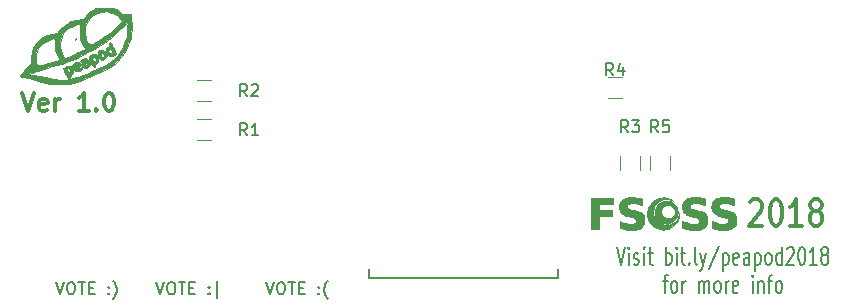
<source format=gto>
G04 #@! TF.GenerationSoftware,KiCad,Pcbnew,5.0.0-rc2-dev-unknown-r12647-81843c37*
G04 #@! TF.CreationDate,2018-05-28T15:16:23-04:00*
G04 #@! TF.ProjectId,Peapod PCB,506561706F64205043422E6B69636164,rev?*
G04 #@! TF.SameCoordinates,Original*
G04 #@! TF.FileFunction,Legend,Top*
G04 #@! TF.FilePolarity,Positive*
%FSLAX46Y46*%
G04 Gerber Fmt 4.6, Leading zero omitted, Abs format (unit mm)*
G04 Created by KiCad (PCBNEW 5.0.0-rc2-dev-unknown-r12647-81843c37) date Mon May 28 15:16:23 2018*
%MOMM*%
%LPD*%
G01*
G04 APERTURE LIST*
%ADD10C,0.300000*%
%ADD11C,0.127000*%
%ADD12C,0.010000*%
%ADD13C,0.152400*%
%ADD14C,0.120000*%
%ADD15C,0.177800*%
%ADD16C,0.150000*%
G04 APERTURE END LIST*
D10*
X216154000Y-44200838D02*
X216238666Y-44094400D01*
X216408000Y-43987961D01*
X216831333Y-43987961D01*
X217000666Y-44094400D01*
X217085333Y-44200838D01*
X217170000Y-44413714D01*
X217170000Y-44626590D01*
X217085333Y-44945904D01*
X216069333Y-46223161D01*
X217170000Y-46223161D01*
X218270666Y-43987961D02*
X218440000Y-43987961D01*
X218609333Y-44094400D01*
X218694000Y-44200838D01*
X218778666Y-44413714D01*
X218863333Y-44839466D01*
X218863333Y-45371657D01*
X218778666Y-45797409D01*
X218694000Y-46010285D01*
X218609333Y-46116723D01*
X218440000Y-46223161D01*
X218270666Y-46223161D01*
X218101333Y-46116723D01*
X218016666Y-46010285D01*
X217932000Y-45797409D01*
X217847333Y-45371657D01*
X217847333Y-44839466D01*
X217932000Y-44413714D01*
X218016666Y-44200838D01*
X218101333Y-44094400D01*
X218270666Y-43987961D01*
X220556666Y-46223161D02*
X219540666Y-46223161D01*
X220048666Y-46223161D02*
X220048666Y-43987961D01*
X219879333Y-44307276D01*
X219710000Y-44520152D01*
X219540666Y-44626590D01*
X221572666Y-44945904D02*
X221403333Y-44839466D01*
X221318666Y-44733028D01*
X221234000Y-44520152D01*
X221234000Y-44413714D01*
X221318666Y-44200838D01*
X221403333Y-44094400D01*
X221572666Y-43987961D01*
X221911333Y-43987961D01*
X222080666Y-44094400D01*
X222165333Y-44200838D01*
X222250000Y-44413714D01*
X222250000Y-44520152D01*
X222165333Y-44733028D01*
X222080666Y-44839466D01*
X221911333Y-44945904D01*
X221572666Y-44945904D01*
X221403333Y-45052342D01*
X221318666Y-45158780D01*
X221234000Y-45371657D01*
X221234000Y-45797409D01*
X221318666Y-46010285D01*
X221403333Y-46116723D01*
X221572666Y-46223161D01*
X221911333Y-46223161D01*
X222080666Y-46116723D01*
X222165333Y-46010285D01*
X222250000Y-45797409D01*
X222250000Y-45371657D01*
X222165333Y-45158780D01*
X222080666Y-45052342D01*
X221911333Y-44945904D01*
X154531714Y-34992571D02*
X155031714Y-36492571D01*
X155531714Y-34992571D01*
X156603142Y-36421142D02*
X156460285Y-36492571D01*
X156174571Y-36492571D01*
X156031714Y-36421142D01*
X155960285Y-36278285D01*
X155960285Y-35706857D01*
X156031714Y-35564000D01*
X156174571Y-35492571D01*
X156460285Y-35492571D01*
X156603142Y-35564000D01*
X156674571Y-35706857D01*
X156674571Y-35849714D01*
X155960285Y-35992571D01*
X157317428Y-36492571D02*
X157317428Y-35492571D01*
X157317428Y-35778285D02*
X157388857Y-35635428D01*
X157460285Y-35564000D01*
X157603142Y-35492571D01*
X157746000Y-35492571D01*
X160174571Y-36492571D02*
X159317428Y-36492571D01*
X159746000Y-36492571D02*
X159746000Y-34992571D01*
X159603142Y-35206857D01*
X159460285Y-35349714D01*
X159317428Y-35421142D01*
X160817428Y-36349714D02*
X160888857Y-36421142D01*
X160817428Y-36492571D01*
X160746000Y-36421142D01*
X160817428Y-36349714D01*
X160817428Y-36492571D01*
X161817428Y-34992571D02*
X161960285Y-34992571D01*
X162103142Y-35064000D01*
X162174571Y-35135428D01*
X162246000Y-35278285D01*
X162317428Y-35564000D01*
X162317428Y-35921142D01*
X162246000Y-36206857D01*
X162174571Y-36349714D01*
X162103142Y-36421142D01*
X161960285Y-36492571D01*
X161817428Y-36492571D01*
X161674571Y-36421142D01*
X161603142Y-36349714D01*
X161531714Y-36206857D01*
X161460285Y-35921142D01*
X161460285Y-35564000D01*
X161531714Y-35278285D01*
X161603142Y-35135428D01*
X161674571Y-35064000D01*
X161817428Y-34992571D01*
D11*
X204869142Y-48028071D02*
X205207809Y-49528071D01*
X205546476Y-48028071D01*
X205885142Y-49528071D02*
X205885142Y-48528071D01*
X205885142Y-48028071D02*
X205836761Y-48099500D01*
X205885142Y-48170928D01*
X205933523Y-48099500D01*
X205885142Y-48028071D01*
X205885142Y-48170928D01*
X206320571Y-49456642D02*
X206417333Y-49528071D01*
X206610857Y-49528071D01*
X206707619Y-49456642D01*
X206756000Y-49313785D01*
X206756000Y-49242357D01*
X206707619Y-49099500D01*
X206610857Y-49028071D01*
X206465714Y-49028071D01*
X206368952Y-48956642D01*
X206320571Y-48813785D01*
X206320571Y-48742357D01*
X206368952Y-48599500D01*
X206465714Y-48528071D01*
X206610857Y-48528071D01*
X206707619Y-48599500D01*
X207191428Y-49528071D02*
X207191428Y-48528071D01*
X207191428Y-48028071D02*
X207143047Y-48099500D01*
X207191428Y-48170928D01*
X207239809Y-48099500D01*
X207191428Y-48028071D01*
X207191428Y-48170928D01*
X207530095Y-48528071D02*
X207917142Y-48528071D01*
X207675238Y-48028071D02*
X207675238Y-49313785D01*
X207723619Y-49456642D01*
X207820380Y-49528071D01*
X207917142Y-49528071D01*
X209029904Y-49528071D02*
X209029904Y-48028071D01*
X209029904Y-48599500D02*
X209126666Y-48528071D01*
X209320190Y-48528071D01*
X209416952Y-48599500D01*
X209465333Y-48670928D01*
X209513714Y-48813785D01*
X209513714Y-49242357D01*
X209465333Y-49385214D01*
X209416952Y-49456642D01*
X209320190Y-49528071D01*
X209126666Y-49528071D01*
X209029904Y-49456642D01*
X209949142Y-49528071D02*
X209949142Y-48528071D01*
X209949142Y-48028071D02*
X209900761Y-48099500D01*
X209949142Y-48170928D01*
X209997523Y-48099500D01*
X209949142Y-48028071D01*
X209949142Y-48170928D01*
X210287809Y-48528071D02*
X210674857Y-48528071D01*
X210432952Y-48028071D02*
X210432952Y-49313785D01*
X210481333Y-49456642D01*
X210578095Y-49528071D01*
X210674857Y-49528071D01*
X211013523Y-49385214D02*
X211061904Y-49456642D01*
X211013523Y-49528071D01*
X210965142Y-49456642D01*
X211013523Y-49385214D01*
X211013523Y-49528071D01*
X211642476Y-49528071D02*
X211545714Y-49456642D01*
X211497333Y-49313785D01*
X211497333Y-48028071D01*
X211932761Y-48528071D02*
X212174666Y-49528071D01*
X212416571Y-48528071D02*
X212174666Y-49528071D01*
X212077904Y-49885214D01*
X212029523Y-49956642D01*
X211932761Y-50028071D01*
X213529333Y-47956642D02*
X212658476Y-49885214D01*
X213868000Y-48528071D02*
X213868000Y-50028071D01*
X213868000Y-48599500D02*
X213964761Y-48528071D01*
X214158285Y-48528071D01*
X214255047Y-48599500D01*
X214303428Y-48670928D01*
X214351809Y-48813785D01*
X214351809Y-49242357D01*
X214303428Y-49385214D01*
X214255047Y-49456642D01*
X214158285Y-49528071D01*
X213964761Y-49528071D01*
X213868000Y-49456642D01*
X215174285Y-49456642D02*
X215077523Y-49528071D01*
X214884000Y-49528071D01*
X214787238Y-49456642D01*
X214738857Y-49313785D01*
X214738857Y-48742357D01*
X214787238Y-48599500D01*
X214884000Y-48528071D01*
X215077523Y-48528071D01*
X215174285Y-48599500D01*
X215222666Y-48742357D01*
X215222666Y-48885214D01*
X214738857Y-49028071D01*
X216093523Y-49528071D02*
X216093523Y-48742357D01*
X216045142Y-48599500D01*
X215948380Y-48528071D01*
X215754857Y-48528071D01*
X215658095Y-48599500D01*
X216093523Y-49456642D02*
X215996761Y-49528071D01*
X215754857Y-49528071D01*
X215658095Y-49456642D01*
X215609714Y-49313785D01*
X215609714Y-49170928D01*
X215658095Y-49028071D01*
X215754857Y-48956642D01*
X215996761Y-48956642D01*
X216093523Y-48885214D01*
X216577333Y-48528071D02*
X216577333Y-50028071D01*
X216577333Y-48599500D02*
X216674095Y-48528071D01*
X216867619Y-48528071D01*
X216964380Y-48599500D01*
X217012761Y-48670928D01*
X217061142Y-48813785D01*
X217061142Y-49242357D01*
X217012761Y-49385214D01*
X216964380Y-49456642D01*
X216867619Y-49528071D01*
X216674095Y-49528071D01*
X216577333Y-49456642D01*
X217641714Y-49528071D02*
X217544952Y-49456642D01*
X217496571Y-49385214D01*
X217448190Y-49242357D01*
X217448190Y-48813785D01*
X217496571Y-48670928D01*
X217544952Y-48599500D01*
X217641714Y-48528071D01*
X217786857Y-48528071D01*
X217883619Y-48599500D01*
X217932000Y-48670928D01*
X217980380Y-48813785D01*
X217980380Y-49242357D01*
X217932000Y-49385214D01*
X217883619Y-49456642D01*
X217786857Y-49528071D01*
X217641714Y-49528071D01*
X218851238Y-49528071D02*
X218851238Y-48028071D01*
X218851238Y-49456642D02*
X218754476Y-49528071D01*
X218560952Y-49528071D01*
X218464190Y-49456642D01*
X218415809Y-49385214D01*
X218367428Y-49242357D01*
X218367428Y-48813785D01*
X218415809Y-48670928D01*
X218464190Y-48599500D01*
X218560952Y-48528071D01*
X218754476Y-48528071D01*
X218851238Y-48599500D01*
X219286666Y-48170928D02*
X219335047Y-48099500D01*
X219431809Y-48028071D01*
X219673714Y-48028071D01*
X219770476Y-48099500D01*
X219818857Y-48170928D01*
X219867238Y-48313785D01*
X219867238Y-48456642D01*
X219818857Y-48670928D01*
X219238285Y-49528071D01*
X219867238Y-49528071D01*
X220496190Y-48028071D02*
X220592952Y-48028071D01*
X220689714Y-48099500D01*
X220738095Y-48170928D01*
X220786476Y-48313785D01*
X220834857Y-48599500D01*
X220834857Y-48956642D01*
X220786476Y-49242357D01*
X220738095Y-49385214D01*
X220689714Y-49456642D01*
X220592952Y-49528071D01*
X220496190Y-49528071D01*
X220399428Y-49456642D01*
X220351047Y-49385214D01*
X220302666Y-49242357D01*
X220254285Y-48956642D01*
X220254285Y-48599500D01*
X220302666Y-48313785D01*
X220351047Y-48170928D01*
X220399428Y-48099500D01*
X220496190Y-48028071D01*
X221802476Y-49528071D02*
X221221904Y-49528071D01*
X221512190Y-49528071D02*
X221512190Y-48028071D01*
X221415428Y-48242357D01*
X221318666Y-48385214D01*
X221221904Y-48456642D01*
X222383047Y-48670928D02*
X222286285Y-48599500D01*
X222237904Y-48528071D01*
X222189523Y-48385214D01*
X222189523Y-48313785D01*
X222237904Y-48170928D01*
X222286285Y-48099500D01*
X222383047Y-48028071D01*
X222576571Y-48028071D01*
X222673333Y-48099500D01*
X222721714Y-48170928D01*
X222770095Y-48313785D01*
X222770095Y-48385214D01*
X222721714Y-48528071D01*
X222673333Y-48599500D01*
X222576571Y-48670928D01*
X222383047Y-48670928D01*
X222286285Y-48742357D01*
X222237904Y-48813785D01*
X222189523Y-48956642D01*
X222189523Y-49242357D01*
X222237904Y-49385214D01*
X222286285Y-49456642D01*
X222383047Y-49528071D01*
X222576571Y-49528071D01*
X222673333Y-49456642D01*
X222721714Y-49385214D01*
X222770095Y-49242357D01*
X222770095Y-48956642D01*
X222721714Y-48813785D01*
X222673333Y-48742357D01*
X222576571Y-48670928D01*
X208788000Y-50905071D02*
X209175047Y-50905071D01*
X208933142Y-51905071D02*
X208933142Y-50619357D01*
X208981523Y-50476500D01*
X209078285Y-50405071D01*
X209175047Y-50405071D01*
X209658857Y-51905071D02*
X209562095Y-51833642D01*
X209513714Y-51762214D01*
X209465333Y-51619357D01*
X209465333Y-51190785D01*
X209513714Y-51047928D01*
X209562095Y-50976500D01*
X209658857Y-50905071D01*
X209804000Y-50905071D01*
X209900761Y-50976500D01*
X209949142Y-51047928D01*
X209997523Y-51190785D01*
X209997523Y-51619357D01*
X209949142Y-51762214D01*
X209900761Y-51833642D01*
X209804000Y-51905071D01*
X209658857Y-51905071D01*
X210432952Y-51905071D02*
X210432952Y-50905071D01*
X210432952Y-51190785D02*
X210481333Y-51047928D01*
X210529714Y-50976500D01*
X210626476Y-50905071D01*
X210723238Y-50905071D01*
X211836000Y-51905071D02*
X211836000Y-50905071D01*
X211836000Y-51047928D02*
X211884380Y-50976500D01*
X211981142Y-50905071D01*
X212126285Y-50905071D01*
X212223047Y-50976500D01*
X212271428Y-51119357D01*
X212271428Y-51905071D01*
X212271428Y-51119357D02*
X212319809Y-50976500D01*
X212416571Y-50905071D01*
X212561714Y-50905071D01*
X212658476Y-50976500D01*
X212706857Y-51119357D01*
X212706857Y-51905071D01*
X213335809Y-51905071D02*
X213239047Y-51833642D01*
X213190666Y-51762214D01*
X213142285Y-51619357D01*
X213142285Y-51190785D01*
X213190666Y-51047928D01*
X213239047Y-50976500D01*
X213335809Y-50905071D01*
X213480952Y-50905071D01*
X213577714Y-50976500D01*
X213626095Y-51047928D01*
X213674476Y-51190785D01*
X213674476Y-51619357D01*
X213626095Y-51762214D01*
X213577714Y-51833642D01*
X213480952Y-51905071D01*
X213335809Y-51905071D01*
X214109904Y-51905071D02*
X214109904Y-50905071D01*
X214109904Y-51190785D02*
X214158285Y-51047928D01*
X214206666Y-50976500D01*
X214303428Y-50905071D01*
X214400190Y-50905071D01*
X215125904Y-51833642D02*
X215029142Y-51905071D01*
X214835619Y-51905071D01*
X214738857Y-51833642D01*
X214690476Y-51690785D01*
X214690476Y-51119357D01*
X214738857Y-50976500D01*
X214835619Y-50905071D01*
X215029142Y-50905071D01*
X215125904Y-50976500D01*
X215174285Y-51119357D01*
X215174285Y-51262214D01*
X214690476Y-51405071D01*
X216383809Y-51905071D02*
X216383809Y-50905071D01*
X216383809Y-50405071D02*
X216335428Y-50476500D01*
X216383809Y-50547928D01*
X216432190Y-50476500D01*
X216383809Y-50405071D01*
X216383809Y-50547928D01*
X216867619Y-50905071D02*
X216867619Y-51905071D01*
X216867619Y-51047928D02*
X216916000Y-50976500D01*
X217012761Y-50905071D01*
X217157904Y-50905071D01*
X217254666Y-50976500D01*
X217303047Y-51119357D01*
X217303047Y-51905071D01*
X217641714Y-50905071D02*
X218028761Y-50905071D01*
X217786857Y-51905071D02*
X217786857Y-50619357D01*
X217835238Y-50476500D01*
X217932000Y-50405071D01*
X218028761Y-50405071D01*
X218512571Y-51905071D02*
X218415809Y-51833642D01*
X218367428Y-51762214D01*
X218319047Y-51619357D01*
X218319047Y-51190785D01*
X218367428Y-51047928D01*
X218415809Y-50976500D01*
X218512571Y-50905071D01*
X218657714Y-50905071D01*
X218754476Y-50976500D01*
X218802857Y-51047928D01*
X218851238Y-51190785D01*
X218851238Y-51619357D01*
X218802857Y-51762214D01*
X218754476Y-51833642D01*
X218657714Y-51905071D01*
X218512571Y-51905071D01*
D12*
G36*
X209634667Y-44100750D02*
X209624083Y-44111334D01*
X209613500Y-44100750D01*
X209624083Y-44090167D01*
X209634667Y-44100750D01*
X209634667Y-44100750D01*
G37*
X209634667Y-44100750D02*
X209624083Y-44111334D01*
X209613500Y-44100750D01*
X209624083Y-44090167D01*
X209634667Y-44100750D01*
G36*
X209206042Y-44113510D02*
X209394877Y-44160345D01*
X209564863Y-44242579D01*
X209712656Y-44356222D01*
X209834916Y-44497282D01*
X209928303Y-44661770D01*
X209989474Y-44845695D01*
X210015088Y-45045065D01*
X210015667Y-45080534D01*
X209995801Y-45267693D01*
X209939263Y-45442505D01*
X209850644Y-45601437D01*
X209734532Y-45740957D01*
X209595517Y-45857532D01*
X209438189Y-45947630D01*
X209267137Y-46007717D01*
X209086952Y-46034262D01*
X208902222Y-46023731D01*
X208814766Y-46004870D01*
X208624304Y-45933197D01*
X208457588Y-45829293D01*
X208317786Y-45697205D01*
X208208066Y-45540981D01*
X208131595Y-45364670D01*
X208091541Y-45172320D01*
X208086170Y-45073726D01*
X208090502Y-45027537D01*
X208627431Y-45027537D01*
X208638827Y-45133071D01*
X208688790Y-45280326D01*
X208769110Y-45403856D01*
X208873952Y-45500885D01*
X208997483Y-45568639D01*
X209133871Y-45604340D01*
X209277281Y-45605214D01*
X209421881Y-45568485D01*
X209488634Y-45537422D01*
X209611810Y-45449032D01*
X209703883Y-45337644D01*
X209763988Y-45209888D01*
X209791264Y-45072389D01*
X209784847Y-44931777D01*
X209743874Y-44794677D01*
X209667481Y-44667719D01*
X209610098Y-44604656D01*
X209491997Y-44518562D01*
X209359668Y-44467200D01*
X209220320Y-44449424D01*
X209081160Y-44464091D01*
X208949397Y-44510055D01*
X208832239Y-44586171D01*
X208736894Y-44691296D01*
X208702499Y-44748780D01*
X208645693Y-44891357D01*
X208627431Y-45027537D01*
X208090502Y-45027537D01*
X208104755Y-44875595D01*
X208160067Y-44692751D01*
X208248223Y-44528525D01*
X208365342Y-44386245D01*
X208507540Y-44269239D01*
X208670937Y-44180837D01*
X208851649Y-44124366D01*
X209045796Y-44103157D01*
X209206042Y-44113510D01*
X209206042Y-44113510D01*
G37*
X209206042Y-44113510D02*
X209394877Y-44160345D01*
X209564863Y-44242579D01*
X209712656Y-44356222D01*
X209834916Y-44497282D01*
X209928303Y-44661770D01*
X209989474Y-44845695D01*
X210015088Y-45045065D01*
X210015667Y-45080534D01*
X209995801Y-45267693D01*
X209939263Y-45442505D01*
X209850644Y-45601437D01*
X209734532Y-45740957D01*
X209595517Y-45857532D01*
X209438189Y-45947630D01*
X209267137Y-46007717D01*
X209086952Y-46034262D01*
X208902222Y-46023731D01*
X208814766Y-46004870D01*
X208624304Y-45933197D01*
X208457588Y-45829293D01*
X208317786Y-45697205D01*
X208208066Y-45540981D01*
X208131595Y-45364670D01*
X208091541Y-45172320D01*
X208086170Y-45073726D01*
X208090502Y-45027537D01*
X208627431Y-45027537D01*
X208638827Y-45133071D01*
X208688790Y-45280326D01*
X208769110Y-45403856D01*
X208873952Y-45500885D01*
X208997483Y-45568639D01*
X209133871Y-45604340D01*
X209277281Y-45605214D01*
X209421881Y-45568485D01*
X209488634Y-45537422D01*
X209611810Y-45449032D01*
X209703883Y-45337644D01*
X209763988Y-45209888D01*
X209791264Y-45072389D01*
X209784847Y-44931777D01*
X209743874Y-44794677D01*
X209667481Y-44667719D01*
X209610098Y-44604656D01*
X209491997Y-44518562D01*
X209359668Y-44467200D01*
X209220320Y-44449424D01*
X209081160Y-44464091D01*
X208949397Y-44510055D01*
X208832239Y-44586171D01*
X208736894Y-44691296D01*
X208702499Y-44748780D01*
X208645693Y-44891357D01*
X208627431Y-45027537D01*
X208090502Y-45027537D01*
X208104755Y-44875595D01*
X208160067Y-44692751D01*
X208248223Y-44528525D01*
X208365342Y-44386245D01*
X208507540Y-44269239D01*
X208670937Y-44180837D01*
X208851649Y-44124366D01*
X209045796Y-44103157D01*
X209206042Y-44113510D01*
G36*
X204512333Y-44386500D02*
X203348167Y-44386500D01*
X203348167Y-44873334D01*
X204448833Y-44873334D01*
X204448833Y-45402500D01*
X203348167Y-45402500D01*
X203348167Y-46524334D01*
X202649667Y-46524334D01*
X202649667Y-43857334D01*
X204512333Y-43857334D01*
X204512333Y-44386500D01*
X204512333Y-44386500D01*
G37*
X204512333Y-44386500D02*
X203348167Y-44386500D01*
X203348167Y-44873334D01*
X204448833Y-44873334D01*
X204448833Y-45402500D01*
X203348167Y-45402500D01*
X203348167Y-46524334D01*
X202649667Y-46524334D01*
X202649667Y-43857334D01*
X204512333Y-43857334D01*
X204512333Y-44386500D01*
G36*
X209130796Y-43866335D02*
X209350441Y-43940781D01*
X209423000Y-43974989D01*
X209506518Y-44019512D01*
X209553397Y-44049373D01*
X209563255Y-44063747D01*
X209535711Y-44061805D01*
X209470385Y-44042721D01*
X209451212Y-44036246D01*
X209237135Y-43982993D01*
X209026522Y-43969226D01*
X208823379Y-43992725D01*
X208631713Y-44051271D01*
X208455531Y-44142643D01*
X208298839Y-44264622D01*
X208165644Y-44414987D01*
X208059952Y-44591520D01*
X207985769Y-44792001D01*
X207970191Y-44856797D01*
X207947362Y-45060415D01*
X207963546Y-45258458D01*
X208015450Y-45446937D01*
X208099783Y-45621859D01*
X208213254Y-45779234D01*
X208352570Y-45915070D01*
X208514441Y-46025377D01*
X208695574Y-46106163D01*
X208892679Y-46153438D01*
X209048683Y-46164500D01*
X209257823Y-46144249D01*
X209455324Y-46085901D01*
X209636820Y-45993061D01*
X209797944Y-45869335D01*
X209934333Y-45718330D01*
X210041618Y-45543653D01*
X210115435Y-45348908D01*
X210134307Y-45267788D01*
X210163429Y-45116750D01*
X210152279Y-45279540D01*
X210115813Y-45515147D01*
X210041077Y-45735116D01*
X209930256Y-45936277D01*
X209785533Y-46115460D01*
X209609095Y-46269494D01*
X209403126Y-46395211D01*
X209373189Y-46409835D01*
X209232958Y-46464996D01*
X209077783Y-46506988D01*
X208920463Y-46533645D01*
X208773794Y-46542800D01*
X208650574Y-46532284D01*
X208650417Y-46532253D01*
X208606185Y-46523571D01*
X208538585Y-46510332D01*
X208491667Y-46501154D01*
X208309612Y-46446474D01*
X208127656Y-46355997D01*
X207955515Y-46235152D01*
X207857406Y-46146791D01*
X207713054Y-45984969D01*
X207604369Y-45818436D01*
X207525081Y-45636704D01*
X207495970Y-45542264D01*
X207467111Y-45389837D01*
X207455525Y-45217613D01*
X207460832Y-45040745D01*
X207482650Y-44874387D01*
X207516030Y-44746334D01*
X207612055Y-44531492D01*
X207738885Y-44341888D01*
X207892255Y-44179249D01*
X208067896Y-44045300D01*
X208261540Y-43941768D01*
X208468920Y-43870379D01*
X208685768Y-43832860D01*
X208907816Y-43830936D01*
X209130796Y-43866335D01*
X209130796Y-43866335D01*
G37*
X209130796Y-43866335D02*
X209350441Y-43940781D01*
X209423000Y-43974989D01*
X209506518Y-44019512D01*
X209553397Y-44049373D01*
X209563255Y-44063747D01*
X209535711Y-44061805D01*
X209470385Y-44042721D01*
X209451212Y-44036246D01*
X209237135Y-43982993D01*
X209026522Y-43969226D01*
X208823379Y-43992725D01*
X208631713Y-44051271D01*
X208455531Y-44142643D01*
X208298839Y-44264622D01*
X208165644Y-44414987D01*
X208059952Y-44591520D01*
X207985769Y-44792001D01*
X207970191Y-44856797D01*
X207947362Y-45060415D01*
X207963546Y-45258458D01*
X208015450Y-45446937D01*
X208099783Y-45621859D01*
X208213254Y-45779234D01*
X208352570Y-45915070D01*
X208514441Y-46025377D01*
X208695574Y-46106163D01*
X208892679Y-46153438D01*
X209048683Y-46164500D01*
X209257823Y-46144249D01*
X209455324Y-46085901D01*
X209636820Y-45993061D01*
X209797944Y-45869335D01*
X209934333Y-45718330D01*
X210041618Y-45543653D01*
X210115435Y-45348908D01*
X210134307Y-45267788D01*
X210163429Y-45116750D01*
X210152279Y-45279540D01*
X210115813Y-45515147D01*
X210041077Y-45735116D01*
X209930256Y-45936277D01*
X209785533Y-46115460D01*
X209609095Y-46269494D01*
X209403126Y-46395211D01*
X209373189Y-46409835D01*
X209232958Y-46464996D01*
X209077783Y-46506988D01*
X208920463Y-46533645D01*
X208773794Y-46542800D01*
X208650574Y-46532284D01*
X208650417Y-46532253D01*
X208606185Y-46523571D01*
X208538585Y-46510332D01*
X208491667Y-46501154D01*
X208309612Y-46446474D01*
X208127656Y-46355997D01*
X207955515Y-46235152D01*
X207857406Y-46146791D01*
X207713054Y-45984969D01*
X207604369Y-45818436D01*
X207525081Y-45636704D01*
X207495970Y-45542264D01*
X207467111Y-45389837D01*
X207455525Y-45217613D01*
X207460832Y-45040745D01*
X207482650Y-44874387D01*
X207516030Y-44746334D01*
X207612055Y-44531492D01*
X207738885Y-44341888D01*
X207892255Y-44179249D01*
X208067896Y-44045300D01*
X208261540Y-43941768D01*
X208468920Y-43870379D01*
X208685768Y-43832860D01*
X208907816Y-43830936D01*
X209130796Y-43866335D01*
G36*
X214047518Y-43809434D02*
X214271963Y-43829480D01*
X214508350Y-43864483D01*
X214656458Y-43893252D01*
X214820500Y-43928043D01*
X214820500Y-44508579D01*
X214693334Y-44457215D01*
X214474032Y-44381082D01*
X214262983Y-44335429D01*
X214043180Y-44316765D01*
X214005583Y-44316045D01*
X213895150Y-44316123D01*
X213815505Y-44320203D01*
X213755178Y-44329783D01*
X213702697Y-44346363D01*
X213671493Y-44359704D01*
X213581966Y-44418407D01*
X213529802Y-44494228D01*
X213516507Y-44584209D01*
X213527413Y-44642438D01*
X213549220Y-44692822D01*
X213584918Y-44735247D01*
X213639457Y-44771948D01*
X213717783Y-44805162D01*
X213824848Y-44837128D01*
X213965599Y-44870080D01*
X214085441Y-44894660D01*
X214258777Y-44933264D01*
X214417033Y-44976992D01*
X214552079Y-45023258D01*
X214655784Y-45069475D01*
X214682024Y-45084449D01*
X214810446Y-45186240D01*
X214905127Y-45312435D01*
X214966512Y-45463930D01*
X214995044Y-45641619D01*
X214997359Y-45720030D01*
X214979733Y-45920781D01*
X214928586Y-46096089D01*
X214844481Y-46245217D01*
X214727980Y-46367430D01*
X214579646Y-46461994D01*
X214400042Y-46528172D01*
X214374166Y-46534714D01*
X214265554Y-46553896D01*
X214128600Y-46567836D01*
X213977034Y-46576010D01*
X213824583Y-46577892D01*
X213684977Y-46572954D01*
X213597145Y-46564484D01*
X213487611Y-46546388D01*
X213361702Y-46520415D01*
X213232214Y-46489706D01*
X213111945Y-46457400D01*
X213013693Y-46426638D01*
X212973708Y-46411527D01*
X212894333Y-46378327D01*
X212894333Y-46091497D01*
X212895109Y-45986834D01*
X212897235Y-45899277D01*
X212900412Y-45836521D01*
X212904339Y-45806266D01*
X212905520Y-45804667D01*
X212928810Y-45813479D01*
X212978556Y-45836476D01*
X213037812Y-45865602D01*
X213200955Y-45936850D01*
X213381501Y-45997404D01*
X213565710Y-46043694D01*
X213739844Y-46072150D01*
X213861666Y-46079674D01*
X214007462Y-46067734D01*
X214129933Y-46033366D01*
X214225655Y-45979587D01*
X214291204Y-45909416D01*
X214323153Y-45825873D01*
X214318080Y-45731975D01*
X214303940Y-45689829D01*
X214263601Y-45627006D01*
X214208007Y-45575835D01*
X214203999Y-45573306D01*
X214160741Y-45554522D01*
X214084645Y-45529065D01*
X213984192Y-45499471D01*
X213867865Y-45468275D01*
X213778827Y-45446195D01*
X213599415Y-45400963D01*
X213455166Y-45358689D01*
X213339322Y-45316432D01*
X213245128Y-45271249D01*
X213165824Y-45220199D01*
X213094655Y-45160339D01*
X213072192Y-45138539D01*
X212988042Y-45039109D01*
X212931588Y-44932431D01*
X212899327Y-44808652D01*
X212887756Y-44657914D01*
X212887646Y-44619334D01*
X212906593Y-44428134D01*
X212960148Y-44261286D01*
X213048164Y-44118975D01*
X213170491Y-44001384D01*
X213326982Y-43908697D01*
X213513783Y-43842086D01*
X213661633Y-43815433D01*
X213841810Y-43804650D01*
X214047518Y-43809434D01*
X214047518Y-43809434D01*
G37*
X214047518Y-43809434D02*
X214271963Y-43829480D01*
X214508350Y-43864483D01*
X214656458Y-43893252D01*
X214820500Y-43928043D01*
X214820500Y-44508579D01*
X214693334Y-44457215D01*
X214474032Y-44381082D01*
X214262983Y-44335429D01*
X214043180Y-44316765D01*
X214005583Y-44316045D01*
X213895150Y-44316123D01*
X213815505Y-44320203D01*
X213755178Y-44329783D01*
X213702697Y-44346363D01*
X213671493Y-44359704D01*
X213581966Y-44418407D01*
X213529802Y-44494228D01*
X213516507Y-44584209D01*
X213527413Y-44642438D01*
X213549220Y-44692822D01*
X213584918Y-44735247D01*
X213639457Y-44771948D01*
X213717783Y-44805162D01*
X213824848Y-44837128D01*
X213965599Y-44870080D01*
X214085441Y-44894660D01*
X214258777Y-44933264D01*
X214417033Y-44976992D01*
X214552079Y-45023258D01*
X214655784Y-45069475D01*
X214682024Y-45084449D01*
X214810446Y-45186240D01*
X214905127Y-45312435D01*
X214966512Y-45463930D01*
X214995044Y-45641619D01*
X214997359Y-45720030D01*
X214979733Y-45920781D01*
X214928586Y-46096089D01*
X214844481Y-46245217D01*
X214727980Y-46367430D01*
X214579646Y-46461994D01*
X214400042Y-46528172D01*
X214374166Y-46534714D01*
X214265554Y-46553896D01*
X214128600Y-46567836D01*
X213977034Y-46576010D01*
X213824583Y-46577892D01*
X213684977Y-46572954D01*
X213597145Y-46564484D01*
X213487611Y-46546388D01*
X213361702Y-46520415D01*
X213232214Y-46489706D01*
X213111945Y-46457400D01*
X213013693Y-46426638D01*
X212973708Y-46411527D01*
X212894333Y-46378327D01*
X212894333Y-46091497D01*
X212895109Y-45986834D01*
X212897235Y-45899277D01*
X212900412Y-45836521D01*
X212904339Y-45806266D01*
X212905520Y-45804667D01*
X212928810Y-45813479D01*
X212978556Y-45836476D01*
X213037812Y-45865602D01*
X213200955Y-45936850D01*
X213381501Y-45997404D01*
X213565710Y-46043694D01*
X213739844Y-46072150D01*
X213861666Y-46079674D01*
X214007462Y-46067734D01*
X214129933Y-46033366D01*
X214225655Y-45979587D01*
X214291204Y-45909416D01*
X214323153Y-45825873D01*
X214318080Y-45731975D01*
X214303940Y-45689829D01*
X214263601Y-45627006D01*
X214208007Y-45575835D01*
X214203999Y-45573306D01*
X214160741Y-45554522D01*
X214084645Y-45529065D01*
X213984192Y-45499471D01*
X213867865Y-45468275D01*
X213778827Y-45446195D01*
X213599415Y-45400963D01*
X213455166Y-45358689D01*
X213339322Y-45316432D01*
X213245128Y-45271249D01*
X213165824Y-45220199D01*
X213094655Y-45160339D01*
X213072192Y-45138539D01*
X212988042Y-45039109D01*
X212931588Y-44932431D01*
X212899327Y-44808652D01*
X212887756Y-44657914D01*
X212887646Y-44619334D01*
X212906593Y-44428134D01*
X212960148Y-44261286D01*
X213048164Y-44118975D01*
X213170491Y-44001384D01*
X213326982Y-43908697D01*
X213513783Y-43842086D01*
X213661633Y-43815433D01*
X213841810Y-43804650D01*
X214047518Y-43809434D01*
G36*
X211571018Y-43809434D02*
X211795463Y-43829480D01*
X212031850Y-43864483D01*
X212179958Y-43893252D01*
X212344000Y-43928043D01*
X212344000Y-44508579D01*
X212216834Y-44457215D01*
X211994477Y-44380284D01*
X211779591Y-44334381D01*
X211555161Y-44316001D01*
X211529083Y-44315508D01*
X211422419Y-44315050D01*
X211346625Y-44318141D01*
X211290280Y-44326462D01*
X211241963Y-44341694D01*
X211190619Y-44365334D01*
X211119488Y-44407671D01*
X211076784Y-44453237D01*
X211055804Y-44496711D01*
X211039643Y-44564479D01*
X211039411Y-44625348D01*
X211040582Y-44630806D01*
X211061690Y-44683542D01*
X211099298Y-44728525D01*
X211157987Y-44767871D01*
X211242340Y-44803693D01*
X211356937Y-44838107D01*
X211506361Y-44873227D01*
X211613750Y-44895342D01*
X211843751Y-44948922D01*
X212034838Y-45011369D01*
X212189809Y-45084322D01*
X212311461Y-45169420D01*
X212402594Y-45268302D01*
X212466005Y-45382608D01*
X212472220Y-45398324D01*
X212505633Y-45528953D01*
X212518994Y-45681996D01*
X212512290Y-45842578D01*
X212485510Y-45995823D01*
X212472742Y-46040746D01*
X212403455Y-46191908D01*
X212299466Y-46321130D01*
X212163565Y-46426127D01*
X211998544Y-46504613D01*
X211857167Y-46544744D01*
X211754013Y-46560512D01*
X211622686Y-46571513D01*
X211477116Y-46577376D01*
X211331234Y-46577727D01*
X211198971Y-46572193D01*
X211120645Y-46564444D01*
X211011134Y-46546372D01*
X210885221Y-46520413D01*
X210755713Y-46489706D01*
X210635417Y-46457395D01*
X210537137Y-46426619D01*
X210497208Y-46411527D01*
X210417833Y-46378327D01*
X210417833Y-46091497D01*
X210418609Y-45986834D01*
X210420735Y-45899277D01*
X210423912Y-45836521D01*
X210427839Y-45806266D01*
X210429020Y-45804667D01*
X210452319Y-45813464D01*
X210502083Y-45836420D01*
X210561312Y-45865471D01*
X210741798Y-45944218D01*
X210932431Y-46006264D01*
X211123511Y-46049655D01*
X211305336Y-46072440D01*
X211468204Y-46072666D01*
X211542996Y-46063068D01*
X211655723Y-46033963D01*
X211736399Y-45991552D01*
X211794721Y-45929555D01*
X211822028Y-45882340D01*
X211845502Y-45826722D01*
X211849145Y-45780635D01*
X211834432Y-45720761D01*
X211832612Y-45715006D01*
X211811602Y-45663503D01*
X211781220Y-45620924D01*
X211736051Y-45584512D01*
X211670678Y-45551514D01*
X211579685Y-45519173D01*
X211457656Y-45484734D01*
X211305906Y-45447052D01*
X211126187Y-45401791D01*
X210981657Y-45359593D01*
X210865599Y-45317542D01*
X210771295Y-45272717D01*
X210692026Y-45222201D01*
X210621074Y-45163075D01*
X210595692Y-45138539D01*
X210510677Y-45038093D01*
X210453772Y-44930500D01*
X210421435Y-44805855D01*
X210410126Y-44654254D01*
X210410080Y-44619334D01*
X210429248Y-44428320D01*
X210483152Y-44261458D01*
X210571577Y-44119015D01*
X210694305Y-44001259D01*
X210851122Y-43908459D01*
X211037283Y-43842086D01*
X211185133Y-43815433D01*
X211365310Y-43804650D01*
X211571018Y-43809434D01*
X211571018Y-43809434D01*
G37*
X211571018Y-43809434D02*
X211795463Y-43829480D01*
X212031850Y-43864483D01*
X212179958Y-43893252D01*
X212344000Y-43928043D01*
X212344000Y-44508579D01*
X212216834Y-44457215D01*
X211994477Y-44380284D01*
X211779591Y-44334381D01*
X211555161Y-44316001D01*
X211529083Y-44315508D01*
X211422419Y-44315050D01*
X211346625Y-44318141D01*
X211290280Y-44326462D01*
X211241963Y-44341694D01*
X211190619Y-44365334D01*
X211119488Y-44407671D01*
X211076784Y-44453237D01*
X211055804Y-44496711D01*
X211039643Y-44564479D01*
X211039411Y-44625348D01*
X211040582Y-44630806D01*
X211061690Y-44683542D01*
X211099298Y-44728525D01*
X211157987Y-44767871D01*
X211242340Y-44803693D01*
X211356937Y-44838107D01*
X211506361Y-44873227D01*
X211613750Y-44895342D01*
X211843751Y-44948922D01*
X212034838Y-45011369D01*
X212189809Y-45084322D01*
X212311461Y-45169420D01*
X212402594Y-45268302D01*
X212466005Y-45382608D01*
X212472220Y-45398324D01*
X212505633Y-45528953D01*
X212518994Y-45681996D01*
X212512290Y-45842578D01*
X212485510Y-45995823D01*
X212472742Y-46040746D01*
X212403455Y-46191908D01*
X212299466Y-46321130D01*
X212163565Y-46426127D01*
X211998544Y-46504613D01*
X211857167Y-46544744D01*
X211754013Y-46560512D01*
X211622686Y-46571513D01*
X211477116Y-46577376D01*
X211331234Y-46577727D01*
X211198971Y-46572193D01*
X211120645Y-46564444D01*
X211011134Y-46546372D01*
X210885221Y-46520413D01*
X210755713Y-46489706D01*
X210635417Y-46457395D01*
X210537137Y-46426619D01*
X210497208Y-46411527D01*
X210417833Y-46378327D01*
X210417833Y-46091497D01*
X210418609Y-45986834D01*
X210420735Y-45899277D01*
X210423912Y-45836521D01*
X210427839Y-45806266D01*
X210429020Y-45804667D01*
X210452319Y-45813464D01*
X210502083Y-45836420D01*
X210561312Y-45865471D01*
X210741798Y-45944218D01*
X210932431Y-46006264D01*
X211123511Y-46049655D01*
X211305336Y-46072440D01*
X211468204Y-46072666D01*
X211542996Y-46063068D01*
X211655723Y-46033963D01*
X211736399Y-45991552D01*
X211794721Y-45929555D01*
X211822028Y-45882340D01*
X211845502Y-45826722D01*
X211849145Y-45780635D01*
X211834432Y-45720761D01*
X211832612Y-45715006D01*
X211811602Y-45663503D01*
X211781220Y-45620924D01*
X211736051Y-45584512D01*
X211670678Y-45551514D01*
X211579685Y-45519173D01*
X211457656Y-45484734D01*
X211305906Y-45447052D01*
X211126187Y-45401791D01*
X210981657Y-45359593D01*
X210865599Y-45317542D01*
X210771295Y-45272717D01*
X210692026Y-45222201D01*
X210621074Y-45163075D01*
X210595692Y-45138539D01*
X210510677Y-45038093D01*
X210453772Y-44930500D01*
X210421435Y-44805855D01*
X210410126Y-44654254D01*
X210410080Y-44619334D01*
X210429248Y-44428320D01*
X210483152Y-44261458D01*
X210571577Y-44119015D01*
X210694305Y-44001259D01*
X210851122Y-43908459D01*
X211037283Y-43842086D01*
X211185133Y-43815433D01*
X211365310Y-43804650D01*
X211571018Y-43809434D01*
G36*
X206349101Y-43818557D02*
X206544509Y-43838251D01*
X206734905Y-43867160D01*
X206911162Y-43904746D01*
X206957083Y-43916847D01*
X207020583Y-43934403D01*
X207026489Y-44213368D01*
X207028742Y-44332706D01*
X207027518Y-44414769D01*
X207019717Y-44464616D01*
X207002236Y-44487303D01*
X206971975Y-44487889D01*
X206925831Y-44471432D01*
X206880399Y-44451589D01*
X206682301Y-44382041D01*
X206462761Y-44335687D01*
X206237656Y-44315736D01*
X206205667Y-44315226D01*
X206040156Y-44321229D01*
X205912003Y-44342496D01*
X205818554Y-44380458D01*
X205757158Y-44436549D01*
X205725160Y-44512200D01*
X205718833Y-44578005D01*
X205723120Y-44645708D01*
X205741277Y-44690548D01*
X205781246Y-44731578D01*
X205783741Y-44733687D01*
X205818544Y-44759243D01*
X205861501Y-44782090D01*
X205918591Y-44804094D01*
X205995799Y-44827122D01*
X206099106Y-44853041D01*
X206234495Y-44883717D01*
X206332667Y-44904980D01*
X206551389Y-44958724D01*
X206731525Y-45019287D01*
X206876624Y-45089409D01*
X206990236Y-45171834D01*
X207075911Y-45269301D01*
X207137200Y-45384553D01*
X207177651Y-45520331D01*
X207185997Y-45563971D01*
X207196750Y-45723633D01*
X207180029Y-45894463D01*
X207138333Y-46057734D01*
X207110958Y-46126230D01*
X207027411Y-46264081D01*
X206913776Y-46376205D01*
X206767765Y-46464338D01*
X206587092Y-46530219D01*
X206574931Y-46533548D01*
X206496475Y-46548687D01*
X206388233Y-46561655D01*
X206262726Y-46571715D01*
X206132477Y-46578132D01*
X206010009Y-46580172D01*
X205907843Y-46577097D01*
X205877583Y-46574504D01*
X205730234Y-46553635D01*
X205565379Y-46522410D01*
X205403351Y-46485069D01*
X205271709Y-46448155D01*
X205105000Y-46395492D01*
X205105000Y-45807421D01*
X205260567Y-45879298D01*
X205467380Y-45965303D01*
X205658562Y-46023094D01*
X205846968Y-46055773D01*
X206036333Y-46066392D01*
X206146448Y-46066224D01*
X206224681Y-46062857D01*
X206281445Y-46054866D01*
X206327155Y-46040829D01*
X206369272Y-46020888D01*
X206457265Y-45955219D01*
X206507049Y-45871817D01*
X206518128Y-45771587D01*
X206516215Y-45753597D01*
X206504567Y-45697942D01*
X206482938Y-45651216D01*
X206446793Y-45611030D01*
X206391598Y-45574991D01*
X206312818Y-45540708D01*
X206205919Y-45505790D01*
X206066366Y-45467845D01*
X205894196Y-45425572D01*
X205677656Y-45366103D01*
X205500143Y-45298847D01*
X205358650Y-45221028D01*
X205250169Y-45129868D01*
X205171692Y-45022587D01*
X205120209Y-44896409D01*
X205092714Y-44748555D01*
X205087663Y-44680753D01*
X205094897Y-44481895D01*
X205136680Y-44307493D01*
X205212870Y-44157741D01*
X205323325Y-44032835D01*
X205467901Y-43932971D01*
X205646455Y-43858343D01*
X205699893Y-43842702D01*
X205824077Y-43820152D01*
X205979757Y-43808969D01*
X206157808Y-43808618D01*
X206349101Y-43818557D01*
X206349101Y-43818557D01*
G37*
X206349101Y-43818557D02*
X206544509Y-43838251D01*
X206734905Y-43867160D01*
X206911162Y-43904746D01*
X206957083Y-43916847D01*
X207020583Y-43934403D01*
X207026489Y-44213368D01*
X207028742Y-44332706D01*
X207027518Y-44414769D01*
X207019717Y-44464616D01*
X207002236Y-44487303D01*
X206971975Y-44487889D01*
X206925831Y-44471432D01*
X206880399Y-44451589D01*
X206682301Y-44382041D01*
X206462761Y-44335687D01*
X206237656Y-44315736D01*
X206205667Y-44315226D01*
X206040156Y-44321229D01*
X205912003Y-44342496D01*
X205818554Y-44380458D01*
X205757158Y-44436549D01*
X205725160Y-44512200D01*
X205718833Y-44578005D01*
X205723120Y-44645708D01*
X205741277Y-44690548D01*
X205781246Y-44731578D01*
X205783741Y-44733687D01*
X205818544Y-44759243D01*
X205861501Y-44782090D01*
X205918591Y-44804094D01*
X205995799Y-44827122D01*
X206099106Y-44853041D01*
X206234495Y-44883717D01*
X206332667Y-44904980D01*
X206551389Y-44958724D01*
X206731525Y-45019287D01*
X206876624Y-45089409D01*
X206990236Y-45171834D01*
X207075911Y-45269301D01*
X207137200Y-45384553D01*
X207177651Y-45520331D01*
X207185997Y-45563971D01*
X207196750Y-45723633D01*
X207180029Y-45894463D01*
X207138333Y-46057734D01*
X207110958Y-46126230D01*
X207027411Y-46264081D01*
X206913776Y-46376205D01*
X206767765Y-46464338D01*
X206587092Y-46530219D01*
X206574931Y-46533548D01*
X206496475Y-46548687D01*
X206388233Y-46561655D01*
X206262726Y-46571715D01*
X206132477Y-46578132D01*
X206010009Y-46580172D01*
X205907843Y-46577097D01*
X205877583Y-46574504D01*
X205730234Y-46553635D01*
X205565379Y-46522410D01*
X205403351Y-46485069D01*
X205271709Y-46448155D01*
X205105000Y-46395492D01*
X205105000Y-45807421D01*
X205260567Y-45879298D01*
X205467380Y-45965303D01*
X205658562Y-46023094D01*
X205846968Y-46055773D01*
X206036333Y-46066392D01*
X206146448Y-46066224D01*
X206224681Y-46062857D01*
X206281445Y-46054866D01*
X206327155Y-46040829D01*
X206369272Y-46020888D01*
X206457265Y-45955219D01*
X206507049Y-45871817D01*
X206518128Y-45771587D01*
X206516215Y-45753597D01*
X206504567Y-45697942D01*
X206482938Y-45651216D01*
X206446793Y-45611030D01*
X206391598Y-45574991D01*
X206312818Y-45540708D01*
X206205919Y-45505790D01*
X206066366Y-45467845D01*
X205894196Y-45425572D01*
X205677656Y-45366103D01*
X205500143Y-45298847D01*
X205358650Y-45221028D01*
X205250169Y-45129868D01*
X205171692Y-45022587D01*
X205120209Y-44896409D01*
X205092714Y-44748555D01*
X205087663Y-44680753D01*
X205094897Y-44481895D01*
X205136680Y-44307493D01*
X205212870Y-44157741D01*
X205323325Y-44032835D01*
X205467901Y-43932971D01*
X205646455Y-43858343D01*
X205699893Y-43842702D01*
X205824077Y-43820152D01*
X205979757Y-43808969D01*
X206157808Y-43808618D01*
X206349101Y-43818557D01*
D13*
X183896000Y-49911000D02*
X183896000Y-50673000D01*
X183896000Y-50673000D02*
X199898000Y-50673000D01*
X199898000Y-50673000D02*
X199898000Y-49911000D01*
D14*
X169326000Y-37220000D02*
X170526000Y-37220000D01*
X170526000Y-38980000D02*
X169326000Y-38980000D01*
X169326000Y-33918000D02*
X170526000Y-33918000D01*
X170526000Y-35678000D02*
X169326000Y-35678000D01*
X205114000Y-41494000D02*
X205114000Y-40294000D01*
X206874000Y-40294000D02*
X206874000Y-41494000D01*
X205324000Y-35424000D02*
X204124000Y-35424000D01*
X204124000Y-33664000D02*
X205324000Y-33664000D01*
X209414000Y-40294000D02*
X209414000Y-41494000D01*
X207654000Y-41494000D02*
X207654000Y-40294000D01*
D12*
G36*
X161889429Y-27759830D02*
X162191266Y-27797496D01*
X162431565Y-27872508D01*
X162642461Y-27994877D01*
X162854820Y-28173420D01*
X162976838Y-28277244D01*
X163083875Y-28321749D01*
X163227603Y-28319085D01*
X163375989Y-28295958D01*
X163568895Y-28271110D01*
X163706828Y-28268813D01*
X163746650Y-28279983D01*
X163761004Y-28354738D01*
X163773091Y-28533050D01*
X163781943Y-28791481D01*
X163786591Y-29106595D01*
X163787054Y-29257525D01*
X163785028Y-29634773D01*
X163776764Y-29916420D01*
X163758404Y-30133840D01*
X163726090Y-30318411D01*
X163675968Y-30501506D01*
X163609983Y-30697982D01*
X163315276Y-31358432D01*
X162923868Y-31936738D01*
X162437371Y-32431155D01*
X161857395Y-32839937D01*
X161431640Y-33058629D01*
X161165758Y-33178857D01*
X160909812Y-33295680D01*
X160712412Y-33386893D01*
X160686750Y-33398924D01*
X160178967Y-33636042D01*
X159764272Y-33823067D01*
X159421742Y-33965851D01*
X159130451Y-34070248D01*
X158869476Y-34142111D01*
X158617891Y-34187292D01*
X158354772Y-34211645D01*
X158059195Y-34221023D01*
X157746090Y-34221486D01*
X157411798Y-34218412D01*
X157121621Y-34213339D01*
X156899800Y-34206875D01*
X156770572Y-34199627D01*
X156749750Y-34196499D01*
X156662785Y-34172430D01*
X156485137Y-34125320D01*
X156249129Y-34063708D01*
X156146500Y-34037142D01*
X155863792Y-33961840D01*
X155595276Y-33886406D01*
X155389325Y-33824524D01*
X155352750Y-33812597D01*
X155140398Y-33750507D01*
X154878553Y-33685968D01*
X154733625Y-33654966D01*
X154502747Y-33594228D01*
X154383225Y-33527464D01*
X154368500Y-33494308D01*
X154411920Y-33414407D01*
X154454424Y-33362708D01*
X155064837Y-33362708D01*
X155367543Y-33440815D01*
X155602320Y-33491213D01*
X155888574Y-33538832D01*
X156083000Y-33563986D01*
X156347852Y-33603328D01*
X156603487Y-33658184D01*
X156749750Y-33701508D01*
X157231391Y-33831075D01*
X157745261Y-33890449D01*
X158244471Y-33876933D01*
X158613226Y-33808669D01*
X158865541Y-33735818D01*
X159113603Y-33660516D01*
X159226250Y-33624509D01*
X159466918Y-33549419D01*
X159716676Y-33477586D01*
X159740984Y-33471029D01*
X159972523Y-33385796D01*
X160196200Y-33268800D01*
X160220831Y-33252685D01*
X160377607Y-33163671D01*
X160613789Y-33049938D01*
X160889441Y-32930205D01*
X161025229Y-32875637D01*
X161649512Y-32577491D01*
X162182186Y-32208707D01*
X162616126Y-31776225D01*
X162944211Y-31286985D01*
X163139410Y-30815971D01*
X163214040Y-30590022D01*
X163283703Y-30408126D01*
X163333612Y-30308808D01*
X163334512Y-30307674D01*
X163364313Y-30214586D01*
X163394251Y-30025645D01*
X163420096Y-29771925D01*
X163432760Y-29585855D01*
X163468287Y-28941111D01*
X162744268Y-29668409D01*
X162397883Y-30006617D01*
X162095836Y-30276035D01*
X161801829Y-30505990D01*
X161479564Y-30725809D01*
X161281040Y-30850603D01*
X161007094Y-31016859D01*
X160770806Y-31155891D01*
X160593584Y-31255426D01*
X160496838Y-31303192D01*
X160487290Y-31305621D01*
X160412043Y-31336354D01*
X160255638Y-31418663D01*
X160045273Y-31537884D01*
X159924750Y-31608906D01*
X159630859Y-31774092D01*
X159310537Y-31938228D01*
X159023914Y-32070795D01*
X158972250Y-32092328D01*
X158709925Y-32200122D01*
X158454002Y-32307606D01*
X158264882Y-32389324D01*
X158057017Y-32472140D01*
X157863291Y-32534525D01*
X157820382Y-32545016D01*
X157481207Y-32625366D01*
X157063375Y-32735907D01*
X156608121Y-32864948D01*
X156156684Y-33000800D01*
X155750301Y-33131770D01*
X155748543Y-33132362D01*
X155064837Y-33362708D01*
X154454424Y-33362708D01*
X154528491Y-33272621D01*
X154697680Y-33092808D01*
X154805432Y-32986624D01*
X155242365Y-32567128D01*
X155264410Y-32110425D01*
X155663927Y-32110425D01*
X155695774Y-32425330D01*
X155696908Y-32429591D01*
X155746243Y-32589882D01*
X155805134Y-32655774D01*
X155915192Y-32655753D01*
X156003769Y-32639667D01*
X156175944Y-32599773D01*
X156423579Y-32534085D01*
X156700971Y-32454877D01*
X156781500Y-32430814D01*
X157054402Y-32350737D01*
X157306451Y-32280947D01*
X157494234Y-32233342D01*
X157532871Y-32224896D01*
X157744492Y-32182104D01*
X157621908Y-32045427D01*
X157439237Y-31750621D01*
X157327829Y-31355987D01*
X157291172Y-30889204D01*
X157735561Y-30889204D01*
X157757673Y-31089279D01*
X157813435Y-31341816D01*
X157889883Y-31602787D01*
X157974051Y-31828166D01*
X158052973Y-31973924D01*
X158056151Y-31977854D01*
X158099886Y-32015308D01*
X158162427Y-32026143D01*
X158262060Y-32004204D01*
X158417072Y-31943338D01*
X158645749Y-31837391D01*
X158966379Y-31680209D01*
X159020640Y-31653270D01*
X159269284Y-31532948D01*
X159478575Y-31437647D01*
X159620618Y-31379745D01*
X159663491Y-31368027D01*
X159776566Y-31335581D01*
X159824791Y-31309753D01*
X159865740Y-31256619D01*
X159834011Y-31172289D01*
X159720306Y-31030329D01*
X159572102Y-30784841D01*
X159465723Y-30450832D01*
X159407931Y-30061845D01*
X159405491Y-29651421D01*
X159408516Y-29618245D01*
X159835119Y-29618245D01*
X159855547Y-29863017D01*
X159871088Y-30008208D01*
X159910035Y-30314735D01*
X159953148Y-30523730D01*
X160008579Y-30664598D01*
X160080120Y-30762153D01*
X160232841Y-30869758D01*
X160391874Y-30856595D01*
X160496250Y-30795414D01*
X160604528Y-30741159D01*
X160704526Y-30705138D01*
X160936471Y-30602585D01*
X161233235Y-30423362D01*
X161572645Y-30183333D01*
X161932530Y-29898357D01*
X162290719Y-29584294D01*
X162354296Y-29524961D01*
X162991444Y-28924250D01*
X162836694Y-28683592D01*
X162705875Y-28520502D01*
X162565905Y-28403758D01*
X162525518Y-28383461D01*
X162371783Y-28320597D01*
X162168851Y-28232330D01*
X162087029Y-28195493D01*
X161686697Y-28080708D01*
X161268657Y-28088495D01*
X160847002Y-28218472D01*
X160822843Y-28229700D01*
X160509429Y-28406518D01*
X160277946Y-28614174D01*
X160083685Y-28893014D01*
X160079223Y-28900719D01*
X159954011Y-29122348D01*
X159876694Y-29288651D01*
X159839616Y-29440370D01*
X159835119Y-29618245D01*
X159408516Y-29618245D01*
X159416952Y-29525752D01*
X159432428Y-29315911D01*
X159424317Y-29181215D01*
X159402760Y-29146500D01*
X159212377Y-29178774D01*
X158959413Y-29263652D01*
X158686904Y-29383213D01*
X158437891Y-29519538D01*
X158328267Y-29593874D01*
X158131340Y-29757087D01*
X158003876Y-29915808D01*
X157907325Y-30123736D01*
X157867892Y-30235183D01*
X157796161Y-30488971D01*
X157748196Y-30738160D01*
X157735561Y-30889204D01*
X157291172Y-30889204D01*
X157289509Y-30868030D01*
X157289500Y-30859714D01*
X157287420Y-30607991D01*
X157276324Y-30457622D01*
X157248922Y-30382972D01*
X157197925Y-30358407D01*
X157146625Y-30357214D01*
X157019598Y-30386562D01*
X156822358Y-30459588D01*
X156596990Y-30560662D01*
X156591000Y-30563589D01*
X156315923Y-30718059D01*
X156120113Y-30882981D01*
X155980008Y-31062373D01*
X155815579Y-31382900D01*
X155707040Y-31747599D01*
X155663927Y-32110425D01*
X155264410Y-32110425D01*
X155268983Y-32015689D01*
X155318421Y-31569246D01*
X155429499Y-31202997D01*
X155618676Y-30878442D01*
X155885323Y-30574071D01*
X156256566Y-30269818D01*
X156658403Y-30059870D01*
X157064450Y-29956989D01*
X157177618Y-29949043D01*
X157378168Y-29936985D01*
X157501770Y-29896057D01*
X157598468Y-29798943D01*
X157683320Y-29672985D01*
X157945449Y-29367362D01*
X158295762Y-29104868D01*
X158697625Y-28905198D01*
X159114403Y-28788046D01*
X159371507Y-28765468D01*
X159542366Y-28757759D01*
X159665215Y-28719357D01*
X159782083Y-28627291D01*
X159935002Y-28458586D01*
X159936825Y-28456469D01*
X160137865Y-28248934D01*
X160367763Y-28048492D01*
X160503337Y-27948500D01*
X160642177Y-27860572D01*
X160762087Y-27803287D01*
X160895688Y-27770093D01*
X161075599Y-27754436D01*
X161334438Y-27749764D01*
X161493916Y-27749500D01*
X161889429Y-27759830D01*
X161889429Y-27759830D01*
G37*
X161889429Y-27759830D02*
X162191266Y-27797496D01*
X162431565Y-27872508D01*
X162642461Y-27994877D01*
X162854820Y-28173420D01*
X162976838Y-28277244D01*
X163083875Y-28321749D01*
X163227603Y-28319085D01*
X163375989Y-28295958D01*
X163568895Y-28271110D01*
X163706828Y-28268813D01*
X163746650Y-28279983D01*
X163761004Y-28354738D01*
X163773091Y-28533050D01*
X163781943Y-28791481D01*
X163786591Y-29106595D01*
X163787054Y-29257525D01*
X163785028Y-29634773D01*
X163776764Y-29916420D01*
X163758404Y-30133840D01*
X163726090Y-30318411D01*
X163675968Y-30501506D01*
X163609983Y-30697982D01*
X163315276Y-31358432D01*
X162923868Y-31936738D01*
X162437371Y-32431155D01*
X161857395Y-32839937D01*
X161431640Y-33058629D01*
X161165758Y-33178857D01*
X160909812Y-33295680D01*
X160712412Y-33386893D01*
X160686750Y-33398924D01*
X160178967Y-33636042D01*
X159764272Y-33823067D01*
X159421742Y-33965851D01*
X159130451Y-34070248D01*
X158869476Y-34142111D01*
X158617891Y-34187292D01*
X158354772Y-34211645D01*
X158059195Y-34221023D01*
X157746090Y-34221486D01*
X157411798Y-34218412D01*
X157121621Y-34213339D01*
X156899800Y-34206875D01*
X156770572Y-34199627D01*
X156749750Y-34196499D01*
X156662785Y-34172430D01*
X156485137Y-34125320D01*
X156249129Y-34063708D01*
X156146500Y-34037142D01*
X155863792Y-33961840D01*
X155595276Y-33886406D01*
X155389325Y-33824524D01*
X155352750Y-33812597D01*
X155140398Y-33750507D01*
X154878553Y-33685968D01*
X154733625Y-33654966D01*
X154502747Y-33594228D01*
X154383225Y-33527464D01*
X154368500Y-33494308D01*
X154411920Y-33414407D01*
X154454424Y-33362708D01*
X155064837Y-33362708D01*
X155367543Y-33440815D01*
X155602320Y-33491213D01*
X155888574Y-33538832D01*
X156083000Y-33563986D01*
X156347852Y-33603328D01*
X156603487Y-33658184D01*
X156749750Y-33701508D01*
X157231391Y-33831075D01*
X157745261Y-33890449D01*
X158244471Y-33876933D01*
X158613226Y-33808669D01*
X158865541Y-33735818D01*
X159113603Y-33660516D01*
X159226250Y-33624509D01*
X159466918Y-33549419D01*
X159716676Y-33477586D01*
X159740984Y-33471029D01*
X159972523Y-33385796D01*
X160196200Y-33268800D01*
X160220831Y-33252685D01*
X160377607Y-33163671D01*
X160613789Y-33049938D01*
X160889441Y-32930205D01*
X161025229Y-32875637D01*
X161649512Y-32577491D01*
X162182186Y-32208707D01*
X162616126Y-31776225D01*
X162944211Y-31286985D01*
X163139410Y-30815971D01*
X163214040Y-30590022D01*
X163283703Y-30408126D01*
X163333612Y-30308808D01*
X163334512Y-30307674D01*
X163364313Y-30214586D01*
X163394251Y-30025645D01*
X163420096Y-29771925D01*
X163432760Y-29585855D01*
X163468287Y-28941111D01*
X162744268Y-29668409D01*
X162397883Y-30006617D01*
X162095836Y-30276035D01*
X161801829Y-30505990D01*
X161479564Y-30725809D01*
X161281040Y-30850603D01*
X161007094Y-31016859D01*
X160770806Y-31155891D01*
X160593584Y-31255426D01*
X160496838Y-31303192D01*
X160487290Y-31305621D01*
X160412043Y-31336354D01*
X160255638Y-31418663D01*
X160045273Y-31537884D01*
X159924750Y-31608906D01*
X159630859Y-31774092D01*
X159310537Y-31938228D01*
X159023914Y-32070795D01*
X158972250Y-32092328D01*
X158709925Y-32200122D01*
X158454002Y-32307606D01*
X158264882Y-32389324D01*
X158057017Y-32472140D01*
X157863291Y-32534525D01*
X157820382Y-32545016D01*
X157481207Y-32625366D01*
X157063375Y-32735907D01*
X156608121Y-32864948D01*
X156156684Y-33000800D01*
X155750301Y-33131770D01*
X155748543Y-33132362D01*
X155064837Y-33362708D01*
X154454424Y-33362708D01*
X154528491Y-33272621D01*
X154697680Y-33092808D01*
X154805432Y-32986624D01*
X155242365Y-32567128D01*
X155264410Y-32110425D01*
X155663927Y-32110425D01*
X155695774Y-32425330D01*
X155696908Y-32429591D01*
X155746243Y-32589882D01*
X155805134Y-32655774D01*
X155915192Y-32655753D01*
X156003769Y-32639667D01*
X156175944Y-32599773D01*
X156423579Y-32534085D01*
X156700971Y-32454877D01*
X156781500Y-32430814D01*
X157054402Y-32350737D01*
X157306451Y-32280947D01*
X157494234Y-32233342D01*
X157532871Y-32224896D01*
X157744492Y-32182104D01*
X157621908Y-32045427D01*
X157439237Y-31750621D01*
X157327829Y-31355987D01*
X157291172Y-30889204D01*
X157735561Y-30889204D01*
X157757673Y-31089279D01*
X157813435Y-31341816D01*
X157889883Y-31602787D01*
X157974051Y-31828166D01*
X158052973Y-31973924D01*
X158056151Y-31977854D01*
X158099886Y-32015308D01*
X158162427Y-32026143D01*
X158262060Y-32004204D01*
X158417072Y-31943338D01*
X158645749Y-31837391D01*
X158966379Y-31680209D01*
X159020640Y-31653270D01*
X159269284Y-31532948D01*
X159478575Y-31437647D01*
X159620618Y-31379745D01*
X159663491Y-31368027D01*
X159776566Y-31335581D01*
X159824791Y-31309753D01*
X159865740Y-31256619D01*
X159834011Y-31172289D01*
X159720306Y-31030329D01*
X159572102Y-30784841D01*
X159465723Y-30450832D01*
X159407931Y-30061845D01*
X159405491Y-29651421D01*
X159408516Y-29618245D01*
X159835119Y-29618245D01*
X159855547Y-29863017D01*
X159871088Y-30008208D01*
X159910035Y-30314735D01*
X159953148Y-30523730D01*
X160008579Y-30664598D01*
X160080120Y-30762153D01*
X160232841Y-30869758D01*
X160391874Y-30856595D01*
X160496250Y-30795414D01*
X160604528Y-30741159D01*
X160704526Y-30705138D01*
X160936471Y-30602585D01*
X161233235Y-30423362D01*
X161572645Y-30183333D01*
X161932530Y-29898357D01*
X162290719Y-29584294D01*
X162354296Y-29524961D01*
X162991444Y-28924250D01*
X162836694Y-28683592D01*
X162705875Y-28520502D01*
X162565905Y-28403758D01*
X162525518Y-28383461D01*
X162371783Y-28320597D01*
X162168851Y-28232330D01*
X162087029Y-28195493D01*
X161686697Y-28080708D01*
X161268657Y-28088495D01*
X160847002Y-28218472D01*
X160822843Y-28229700D01*
X160509429Y-28406518D01*
X160277946Y-28614174D01*
X160083685Y-28893014D01*
X160079223Y-28900719D01*
X159954011Y-29122348D01*
X159876694Y-29288651D01*
X159839616Y-29440370D01*
X159835119Y-29618245D01*
X159408516Y-29618245D01*
X159416952Y-29525752D01*
X159432428Y-29315911D01*
X159424317Y-29181215D01*
X159402760Y-29146500D01*
X159212377Y-29178774D01*
X158959413Y-29263652D01*
X158686904Y-29383213D01*
X158437891Y-29519538D01*
X158328267Y-29593874D01*
X158131340Y-29757087D01*
X158003876Y-29915808D01*
X157907325Y-30123736D01*
X157867892Y-30235183D01*
X157796161Y-30488971D01*
X157748196Y-30738160D01*
X157735561Y-30889204D01*
X157291172Y-30889204D01*
X157289509Y-30868030D01*
X157289500Y-30859714D01*
X157287420Y-30607991D01*
X157276324Y-30457622D01*
X157248922Y-30382972D01*
X157197925Y-30358407D01*
X157146625Y-30357214D01*
X157019598Y-30386562D01*
X156822358Y-30459588D01*
X156596990Y-30560662D01*
X156591000Y-30563589D01*
X156315923Y-30718059D01*
X156120113Y-30882981D01*
X155980008Y-31062373D01*
X155815579Y-31382900D01*
X155707040Y-31747599D01*
X155663927Y-32110425D01*
X155264410Y-32110425D01*
X155268983Y-32015689D01*
X155318421Y-31569246D01*
X155429499Y-31202997D01*
X155618676Y-30878442D01*
X155885323Y-30574071D01*
X156256566Y-30269818D01*
X156658403Y-30059870D01*
X157064450Y-29956989D01*
X157177618Y-29949043D01*
X157378168Y-29936985D01*
X157501770Y-29896057D01*
X157598468Y-29798943D01*
X157683320Y-29672985D01*
X157945449Y-29367362D01*
X158295762Y-29104868D01*
X158697625Y-28905198D01*
X159114403Y-28788046D01*
X159371507Y-28765468D01*
X159542366Y-28757759D01*
X159665215Y-28719357D01*
X159782083Y-28627291D01*
X159935002Y-28458586D01*
X159936825Y-28456469D01*
X160137865Y-28248934D01*
X160367763Y-28048492D01*
X160503337Y-27948500D01*
X160642177Y-27860572D01*
X160762087Y-27803287D01*
X160895688Y-27770093D01*
X161075599Y-27754436D01*
X161334438Y-27749764D01*
X161493916Y-27749500D01*
X161889429Y-27759830D01*
G36*
X159306503Y-32367447D02*
X159442181Y-32477212D01*
X159510590Y-32608677D01*
X159512000Y-32627942D01*
X159459386Y-32700305D01*
X159330274Y-32781078D01*
X159305625Y-32792387D01*
X159182752Y-32851784D01*
X159170539Y-32879741D01*
X159238377Y-32887820D01*
X159366207Y-32866133D01*
X159416750Y-32829500D01*
X159499037Y-32767735D01*
X159564764Y-32811886D01*
X159575500Y-32870124D01*
X159521222Y-33009706D01*
X159385149Y-33102785D01*
X159207425Y-33138361D01*
X159028192Y-33105433D01*
X158934041Y-33045905D01*
X158853617Y-32981190D01*
X158841762Y-33013364D01*
X158856135Y-33074072D01*
X158832225Y-33229710D01*
X158731179Y-33362093D01*
X158626113Y-33499548D01*
X158581605Y-33623066D01*
X158581834Y-33633118D01*
X158545059Y-33736637D01*
X158496000Y-33763365D01*
X158411427Y-33715571D01*
X158296641Y-33548676D01*
X158194375Y-33351817D01*
X158094931Y-33139437D01*
X158038516Y-33011004D01*
X158313694Y-33011004D01*
X158371234Y-33151174D01*
X158468891Y-33261803D01*
X158560746Y-33266859D01*
X158611565Y-33173944D01*
X158611342Y-33099375D01*
X158558727Y-32955786D01*
X158448375Y-32904458D01*
X158332755Y-32918780D01*
X158313694Y-33011004D01*
X158038516Y-33011004D01*
X158021753Y-32972843D01*
X157988654Y-32883696D01*
X157988000Y-32878873D01*
X158005478Y-32861250D01*
X158750000Y-32861250D01*
X158781750Y-32893000D01*
X158813500Y-32861250D01*
X158781750Y-32829500D01*
X158750000Y-32861250D01*
X158005478Y-32861250D01*
X158039683Y-32826763D01*
X158168272Y-32750794D01*
X158213429Y-32728485D01*
X158392896Y-32662265D01*
X158531440Y-32668375D01*
X158594429Y-32692394D01*
X158708641Y-32731716D01*
X158747937Y-32698413D01*
X158750000Y-32669388D01*
X158762781Y-32637007D01*
X159004000Y-32637007D01*
X159050545Y-32671945D01*
X159099250Y-32661963D01*
X159182801Y-32616891D01*
X159194500Y-32600456D01*
X159142647Y-32578258D01*
X159099250Y-32575500D01*
X159014730Y-32608731D01*
X159004000Y-32637007D01*
X158762781Y-32637007D01*
X158803712Y-32533309D01*
X158933546Y-32406443D01*
X159092548Y-32329333D01*
X159152908Y-32321500D01*
X159306503Y-32367447D01*
X159306503Y-32367447D01*
G37*
X159306503Y-32367447D02*
X159442181Y-32477212D01*
X159510590Y-32608677D01*
X159512000Y-32627942D01*
X159459386Y-32700305D01*
X159330274Y-32781078D01*
X159305625Y-32792387D01*
X159182752Y-32851784D01*
X159170539Y-32879741D01*
X159238377Y-32887820D01*
X159366207Y-32866133D01*
X159416750Y-32829500D01*
X159499037Y-32767735D01*
X159564764Y-32811886D01*
X159575500Y-32870124D01*
X159521222Y-33009706D01*
X159385149Y-33102785D01*
X159207425Y-33138361D01*
X159028192Y-33105433D01*
X158934041Y-33045905D01*
X158853617Y-32981190D01*
X158841762Y-33013364D01*
X158856135Y-33074072D01*
X158832225Y-33229710D01*
X158731179Y-33362093D01*
X158626113Y-33499548D01*
X158581605Y-33623066D01*
X158581834Y-33633118D01*
X158545059Y-33736637D01*
X158496000Y-33763365D01*
X158411427Y-33715571D01*
X158296641Y-33548676D01*
X158194375Y-33351817D01*
X158094931Y-33139437D01*
X158038516Y-33011004D01*
X158313694Y-33011004D01*
X158371234Y-33151174D01*
X158468891Y-33261803D01*
X158560746Y-33266859D01*
X158611565Y-33173944D01*
X158611342Y-33099375D01*
X158558727Y-32955786D01*
X158448375Y-32904458D01*
X158332755Y-32918780D01*
X158313694Y-33011004D01*
X158038516Y-33011004D01*
X158021753Y-32972843D01*
X157988654Y-32883696D01*
X157988000Y-32878873D01*
X158005478Y-32861250D01*
X158750000Y-32861250D01*
X158781750Y-32893000D01*
X158813500Y-32861250D01*
X158781750Y-32829500D01*
X158750000Y-32861250D01*
X158005478Y-32861250D01*
X158039683Y-32826763D01*
X158168272Y-32750794D01*
X158213429Y-32728485D01*
X158392896Y-32662265D01*
X158531440Y-32668375D01*
X158594429Y-32692394D01*
X158708641Y-32731716D01*
X158747937Y-32698413D01*
X158750000Y-32669388D01*
X158762781Y-32637007D01*
X159004000Y-32637007D01*
X159050545Y-32671945D01*
X159099250Y-32661963D01*
X159182801Y-32616891D01*
X159194500Y-32600456D01*
X159142647Y-32578258D01*
X159099250Y-32575500D01*
X159014730Y-32608731D01*
X159004000Y-32637007D01*
X158762781Y-32637007D01*
X158803712Y-32533309D01*
X158933546Y-32406443D01*
X159092548Y-32329333D01*
X159152908Y-32321500D01*
X159306503Y-32367447D01*
G36*
X159923900Y-32029862D02*
X160050878Y-32115329D01*
X160169747Y-32279475D01*
X160252494Y-32475550D01*
X160274000Y-32614152D01*
X160223506Y-32676668D01*
X160103293Y-32761731D01*
X159960256Y-32841600D01*
X159841295Y-32888532D01*
X159805870Y-32891069D01*
X159752402Y-32862206D01*
X159686625Y-32824413D01*
X159590716Y-32706775D01*
X159589898Y-32571531D01*
X159841406Y-32571531D01*
X159858740Y-32630571D01*
X159896968Y-32627093D01*
X159993202Y-32546697D01*
X160008093Y-32515968D01*
X159990759Y-32456928D01*
X159952531Y-32460406D01*
X159856297Y-32540802D01*
X159841406Y-32571531D01*
X159589898Y-32571531D01*
X159589754Y-32547890D01*
X159679453Y-32385770D01*
X159742813Y-32326108D01*
X159836166Y-32239455D01*
X159850331Y-32195763D01*
X159842599Y-32194500D01*
X159746436Y-32235326D01*
X159679821Y-32289750D01*
X159557847Y-32373936D01*
X159472315Y-32364230D01*
X159448500Y-32291213D01*
X159504101Y-32174460D01*
X159639631Y-32077098D01*
X159808181Y-32024916D01*
X159923900Y-32029862D01*
X159923900Y-32029862D01*
G37*
X159923900Y-32029862D02*
X160050878Y-32115329D01*
X160169747Y-32279475D01*
X160252494Y-32475550D01*
X160274000Y-32614152D01*
X160223506Y-32676668D01*
X160103293Y-32761731D01*
X159960256Y-32841600D01*
X159841295Y-32888532D01*
X159805870Y-32891069D01*
X159752402Y-32862206D01*
X159686625Y-32824413D01*
X159590716Y-32706775D01*
X159589898Y-32571531D01*
X159841406Y-32571531D01*
X159858740Y-32630571D01*
X159896968Y-32627093D01*
X159993202Y-32546697D01*
X160008093Y-32515968D01*
X159990759Y-32456928D01*
X159952531Y-32460406D01*
X159856297Y-32540802D01*
X159841406Y-32571531D01*
X159589898Y-32571531D01*
X159589754Y-32547890D01*
X159679453Y-32385770D01*
X159742813Y-32326108D01*
X159836166Y-32239455D01*
X159850331Y-32195763D01*
X159842599Y-32194500D01*
X159746436Y-32235326D01*
X159679821Y-32289750D01*
X159557847Y-32373936D01*
X159472315Y-32364230D01*
X159448500Y-32291213D01*
X159504101Y-32174460D01*
X159639631Y-32077098D01*
X159808181Y-32024916D01*
X159923900Y-32029862D01*
G36*
X162045841Y-30763872D02*
X162147050Y-30923477D01*
X162258866Y-31166499D01*
X162261046Y-31171911D01*
X162449743Y-31641573D01*
X162298496Y-31757874D01*
X162096810Y-31859485D01*
X161911360Y-31855857D01*
X161789900Y-31771822D01*
X161726326Y-31711490D01*
X161691829Y-31749668D01*
X161670776Y-31848888D01*
X161580077Y-32034133D01*
X161467678Y-32127180D01*
X161342035Y-32184561D01*
X161243288Y-32172555D01*
X161114800Y-32088853D01*
X160933046Y-31954476D01*
X160958829Y-32130145D01*
X160943259Y-32295827D01*
X160837463Y-32408881D01*
X160727338Y-32531465D01*
X160688532Y-32649279D01*
X160664355Y-32779333D01*
X160600426Y-32794142D01*
X160502291Y-32697107D01*
X160375500Y-32491630D01*
X160348871Y-32441081D01*
X160222904Y-32180768D01*
X160196269Y-32100817D01*
X160460092Y-32100817D01*
X160503757Y-32212499D01*
X160506833Y-32215666D01*
X160598189Y-32253444D01*
X160710686Y-32251095D01*
X160779265Y-32212397D01*
X160782000Y-32199693D01*
X160739561Y-32037782D01*
X160632033Y-31947790D01*
X160584706Y-31940500D01*
X160492655Y-31990436D01*
X160460092Y-32100817D01*
X160196269Y-32100817D01*
X160164030Y-32004046D01*
X160171204Y-31887333D01*
X160243379Y-31807048D01*
X160318905Y-31765875D01*
X160552376Y-31694473D01*
X160737227Y-31711247D01*
X160840413Y-31797625D01*
X160885042Y-31855251D01*
X160903681Y-31808624D01*
X160906614Y-31727635D01*
X161164034Y-31727635D01*
X161191504Y-31858660D01*
X161234237Y-31922837D01*
X161336842Y-31964581D01*
X161439903Y-31937224D01*
X161480500Y-31866031D01*
X161441982Y-31731023D01*
X161353251Y-31610539D01*
X161316503Y-31591250D01*
X161607500Y-31591250D01*
X161639250Y-31623000D01*
X161671000Y-31591250D01*
X161639250Y-31559500D01*
X161607500Y-31591250D01*
X161316503Y-31591250D01*
X161256015Y-31559500D01*
X161186592Y-31610327D01*
X161164034Y-31727635D01*
X160906614Y-31727635D01*
X160907069Y-31715075D01*
X160932101Y-31551540D01*
X160985199Y-31445200D01*
X161116031Y-31385632D01*
X161298813Y-31372460D01*
X161467272Y-31405685D01*
X161531300Y-31445200D01*
X161586333Y-31474284D01*
X161601897Y-31415392D01*
X161825651Y-31415392D01*
X161858589Y-31490561D01*
X161960172Y-31598979D01*
X162075177Y-31616935D01*
X162146438Y-31560812D01*
X162151751Y-31452670D01*
X162087762Y-31335931D01*
X161991333Y-31268500D01*
X161959304Y-31266842D01*
X161837096Y-31314328D01*
X161825651Y-31415392D01*
X161601897Y-31415392D01*
X161606450Y-31398167D01*
X161607500Y-31348588D01*
X161653910Y-31185784D01*
X161761246Y-31105725D01*
X161882196Y-31005113D01*
X161904121Y-30868962D01*
X161914549Y-30728273D01*
X161965065Y-30696024D01*
X162045841Y-30763872D01*
X162045841Y-30763872D01*
G37*
X162045841Y-30763872D02*
X162147050Y-30923477D01*
X162258866Y-31166499D01*
X162261046Y-31171911D01*
X162449743Y-31641573D01*
X162298496Y-31757874D01*
X162096810Y-31859485D01*
X161911360Y-31855857D01*
X161789900Y-31771822D01*
X161726326Y-31711490D01*
X161691829Y-31749668D01*
X161670776Y-31848888D01*
X161580077Y-32034133D01*
X161467678Y-32127180D01*
X161342035Y-32184561D01*
X161243288Y-32172555D01*
X161114800Y-32088853D01*
X160933046Y-31954476D01*
X160958829Y-32130145D01*
X160943259Y-32295827D01*
X160837463Y-32408881D01*
X160727338Y-32531465D01*
X160688532Y-32649279D01*
X160664355Y-32779333D01*
X160600426Y-32794142D01*
X160502291Y-32697107D01*
X160375500Y-32491630D01*
X160348871Y-32441081D01*
X160222904Y-32180768D01*
X160196269Y-32100817D01*
X160460092Y-32100817D01*
X160503757Y-32212499D01*
X160506833Y-32215666D01*
X160598189Y-32253444D01*
X160710686Y-32251095D01*
X160779265Y-32212397D01*
X160782000Y-32199693D01*
X160739561Y-32037782D01*
X160632033Y-31947790D01*
X160584706Y-31940500D01*
X160492655Y-31990436D01*
X160460092Y-32100817D01*
X160196269Y-32100817D01*
X160164030Y-32004046D01*
X160171204Y-31887333D01*
X160243379Y-31807048D01*
X160318905Y-31765875D01*
X160552376Y-31694473D01*
X160737227Y-31711247D01*
X160840413Y-31797625D01*
X160885042Y-31855251D01*
X160903681Y-31808624D01*
X160906614Y-31727635D01*
X161164034Y-31727635D01*
X161191504Y-31858660D01*
X161234237Y-31922837D01*
X161336842Y-31964581D01*
X161439903Y-31937224D01*
X161480500Y-31866031D01*
X161441982Y-31731023D01*
X161353251Y-31610539D01*
X161316503Y-31591250D01*
X161607500Y-31591250D01*
X161639250Y-31623000D01*
X161671000Y-31591250D01*
X161639250Y-31559500D01*
X161607500Y-31591250D01*
X161316503Y-31591250D01*
X161256015Y-31559500D01*
X161186592Y-31610327D01*
X161164034Y-31727635D01*
X160906614Y-31727635D01*
X160907069Y-31715075D01*
X160932101Y-31551540D01*
X160985199Y-31445200D01*
X161116031Y-31385632D01*
X161298813Y-31372460D01*
X161467272Y-31405685D01*
X161531300Y-31445200D01*
X161586333Y-31474284D01*
X161601897Y-31415392D01*
X161825651Y-31415392D01*
X161858589Y-31490561D01*
X161960172Y-31598979D01*
X162075177Y-31616935D01*
X162146438Y-31560812D01*
X162151751Y-31452670D01*
X162087762Y-31335931D01*
X161991333Y-31268500D01*
X161959304Y-31266842D01*
X161837096Y-31314328D01*
X161825651Y-31415392D01*
X161601897Y-31415392D01*
X161606450Y-31398167D01*
X161607500Y-31348588D01*
X161653910Y-31185784D01*
X161761246Y-31105725D01*
X161882196Y-31005113D01*
X161904121Y-30868962D01*
X161914549Y-30728273D01*
X161965065Y-30696024D01*
X162045841Y-30763872D01*
G36*
X159109172Y-30391902D02*
X159099250Y-30416500D01*
X159042188Y-30477077D01*
X159032002Y-30480000D01*
X159004728Y-30430870D01*
X159004000Y-30416500D01*
X159052815Y-30355440D01*
X159071247Y-30353000D01*
X159109172Y-30391902D01*
X159109172Y-30391902D01*
G37*
X159109172Y-30391902D02*
X159099250Y-30416500D01*
X159042188Y-30477077D01*
X159032002Y-30480000D01*
X159004728Y-30430870D01*
X159004000Y-30416500D01*
X159052815Y-30355440D01*
X159071247Y-30353000D01*
X159109172Y-30391902D01*
D15*
X165870285Y-51014380D02*
X166203619Y-52014380D01*
X166536952Y-51014380D01*
X167060761Y-51014380D02*
X167251238Y-51014380D01*
X167346476Y-51062000D01*
X167441714Y-51157238D01*
X167489333Y-51347714D01*
X167489333Y-51681047D01*
X167441714Y-51871523D01*
X167346476Y-51966761D01*
X167251238Y-52014380D01*
X167060761Y-52014380D01*
X166965523Y-51966761D01*
X166870285Y-51871523D01*
X166822666Y-51681047D01*
X166822666Y-51347714D01*
X166870285Y-51157238D01*
X166965523Y-51062000D01*
X167060761Y-51014380D01*
X167775047Y-51014380D02*
X168346476Y-51014380D01*
X168060761Y-52014380D02*
X168060761Y-51014380D01*
X168679809Y-51490571D02*
X169013142Y-51490571D01*
X169156000Y-52014380D02*
X168679809Y-52014380D01*
X168679809Y-51014380D01*
X169156000Y-51014380D01*
X170346476Y-51919142D02*
X170394095Y-51966761D01*
X170346476Y-52014380D01*
X170298857Y-51966761D01*
X170346476Y-51919142D01*
X170346476Y-52014380D01*
X170346476Y-51395333D02*
X170394095Y-51442952D01*
X170346476Y-51490571D01*
X170298857Y-51442952D01*
X170346476Y-51395333D01*
X170346476Y-51490571D01*
X171060761Y-52347714D02*
X171060761Y-50919142D01*
X157377142Y-51014380D02*
X157710476Y-52014380D01*
X158043809Y-51014380D01*
X158567619Y-51014380D02*
X158758095Y-51014380D01*
X158853333Y-51062000D01*
X158948571Y-51157238D01*
X158996190Y-51347714D01*
X158996190Y-51681047D01*
X158948571Y-51871523D01*
X158853333Y-51966761D01*
X158758095Y-52014380D01*
X158567619Y-52014380D01*
X158472380Y-51966761D01*
X158377142Y-51871523D01*
X158329523Y-51681047D01*
X158329523Y-51347714D01*
X158377142Y-51157238D01*
X158472380Y-51062000D01*
X158567619Y-51014380D01*
X159281904Y-51014380D02*
X159853333Y-51014380D01*
X159567619Y-52014380D02*
X159567619Y-51014380D01*
X160186666Y-51490571D02*
X160520000Y-51490571D01*
X160662857Y-52014380D02*
X160186666Y-52014380D01*
X160186666Y-51014380D01*
X160662857Y-51014380D01*
X161853333Y-51919142D02*
X161900952Y-51966761D01*
X161853333Y-52014380D01*
X161805714Y-51966761D01*
X161853333Y-51919142D01*
X161853333Y-52014380D01*
X161853333Y-51395333D02*
X161900952Y-51442952D01*
X161853333Y-51490571D01*
X161805714Y-51442952D01*
X161853333Y-51395333D01*
X161853333Y-51490571D01*
X162234285Y-52395333D02*
X162281904Y-52347714D01*
X162377142Y-52204857D01*
X162424761Y-52109619D01*
X162472380Y-51966761D01*
X162520000Y-51728666D01*
X162520000Y-51538190D01*
X162472380Y-51300095D01*
X162424761Y-51157238D01*
X162377142Y-51062000D01*
X162281904Y-50919142D01*
X162234285Y-50871523D01*
X175157142Y-51014380D02*
X175490476Y-52014380D01*
X175823809Y-51014380D01*
X176347619Y-51014380D02*
X176538095Y-51014380D01*
X176633333Y-51062000D01*
X176728571Y-51157238D01*
X176776190Y-51347714D01*
X176776190Y-51681047D01*
X176728571Y-51871523D01*
X176633333Y-51966761D01*
X176538095Y-52014380D01*
X176347619Y-52014380D01*
X176252380Y-51966761D01*
X176157142Y-51871523D01*
X176109523Y-51681047D01*
X176109523Y-51347714D01*
X176157142Y-51157238D01*
X176252380Y-51062000D01*
X176347619Y-51014380D01*
X177061904Y-51014380D02*
X177633333Y-51014380D01*
X177347619Y-52014380D02*
X177347619Y-51014380D01*
X177966666Y-51490571D02*
X178300000Y-51490571D01*
X178442857Y-52014380D02*
X177966666Y-52014380D01*
X177966666Y-51014380D01*
X178442857Y-51014380D01*
X179633333Y-51919142D02*
X179680952Y-51966761D01*
X179633333Y-52014380D01*
X179585714Y-51966761D01*
X179633333Y-51919142D01*
X179633333Y-52014380D01*
X179633333Y-51395333D02*
X179680952Y-51442952D01*
X179633333Y-51490571D01*
X179585714Y-51442952D01*
X179633333Y-51395333D01*
X179633333Y-51490571D01*
X180395238Y-52395333D02*
X180347619Y-52347714D01*
X180252380Y-52204857D01*
X180204761Y-52109619D01*
X180157142Y-51966761D01*
X180109523Y-51728666D01*
X180109523Y-51538190D01*
X180157142Y-51300095D01*
X180204761Y-51157238D01*
X180252380Y-51062000D01*
X180347619Y-50919142D01*
X180395238Y-50871523D01*
D16*
X173569333Y-38552380D02*
X173236000Y-38076190D01*
X172997904Y-38552380D02*
X172997904Y-37552380D01*
X173378857Y-37552380D01*
X173474095Y-37600000D01*
X173521714Y-37647619D01*
X173569333Y-37742857D01*
X173569333Y-37885714D01*
X173521714Y-37980952D01*
X173474095Y-38028571D01*
X173378857Y-38076190D01*
X172997904Y-38076190D01*
X174521714Y-38552380D02*
X173950285Y-38552380D01*
X174236000Y-38552380D02*
X174236000Y-37552380D01*
X174140761Y-37695238D01*
X174045523Y-37790476D01*
X173950285Y-37838095D01*
X173569333Y-35250380D02*
X173236000Y-34774190D01*
X172997904Y-35250380D02*
X172997904Y-34250380D01*
X173378857Y-34250380D01*
X173474095Y-34298000D01*
X173521714Y-34345619D01*
X173569333Y-34440857D01*
X173569333Y-34583714D01*
X173521714Y-34678952D01*
X173474095Y-34726571D01*
X173378857Y-34774190D01*
X172997904Y-34774190D01*
X173950285Y-34345619D02*
X173997904Y-34298000D01*
X174093142Y-34250380D01*
X174331238Y-34250380D01*
X174426476Y-34298000D01*
X174474095Y-34345619D01*
X174521714Y-34440857D01*
X174521714Y-34536095D01*
X174474095Y-34678952D01*
X173902666Y-35250380D01*
X174521714Y-35250380D01*
X205827333Y-38298380D02*
X205494000Y-37822190D01*
X205255904Y-38298380D02*
X205255904Y-37298380D01*
X205636857Y-37298380D01*
X205732095Y-37346000D01*
X205779714Y-37393619D01*
X205827333Y-37488857D01*
X205827333Y-37631714D01*
X205779714Y-37726952D01*
X205732095Y-37774571D01*
X205636857Y-37822190D01*
X205255904Y-37822190D01*
X206160666Y-37298380D02*
X206779714Y-37298380D01*
X206446380Y-37679333D01*
X206589238Y-37679333D01*
X206684476Y-37726952D01*
X206732095Y-37774571D01*
X206779714Y-37869809D01*
X206779714Y-38107904D01*
X206732095Y-38203142D01*
X206684476Y-38250761D01*
X206589238Y-38298380D01*
X206303523Y-38298380D01*
X206208285Y-38250761D01*
X206160666Y-38203142D01*
X204557333Y-33472380D02*
X204224000Y-32996190D01*
X203985904Y-33472380D02*
X203985904Y-32472380D01*
X204366857Y-32472380D01*
X204462095Y-32520000D01*
X204509714Y-32567619D01*
X204557333Y-32662857D01*
X204557333Y-32805714D01*
X204509714Y-32900952D01*
X204462095Y-32948571D01*
X204366857Y-32996190D01*
X203985904Y-32996190D01*
X205414476Y-32805714D02*
X205414476Y-33472380D01*
X205176380Y-32424761D02*
X204938285Y-33139047D01*
X205557333Y-33139047D01*
X208367333Y-38298380D02*
X208034000Y-37822190D01*
X207795904Y-38298380D02*
X207795904Y-37298380D01*
X208176857Y-37298380D01*
X208272095Y-37346000D01*
X208319714Y-37393619D01*
X208367333Y-37488857D01*
X208367333Y-37631714D01*
X208319714Y-37726952D01*
X208272095Y-37774571D01*
X208176857Y-37822190D01*
X207795904Y-37822190D01*
X209272095Y-37298380D02*
X208795904Y-37298380D01*
X208748285Y-37774571D01*
X208795904Y-37726952D01*
X208891142Y-37679333D01*
X209129238Y-37679333D01*
X209224476Y-37726952D01*
X209272095Y-37774571D01*
X209319714Y-37869809D01*
X209319714Y-38107904D01*
X209272095Y-38203142D01*
X209224476Y-38250761D01*
X209129238Y-38298380D01*
X208891142Y-38298380D01*
X208795904Y-38250761D01*
X208748285Y-38203142D01*
M02*

</source>
